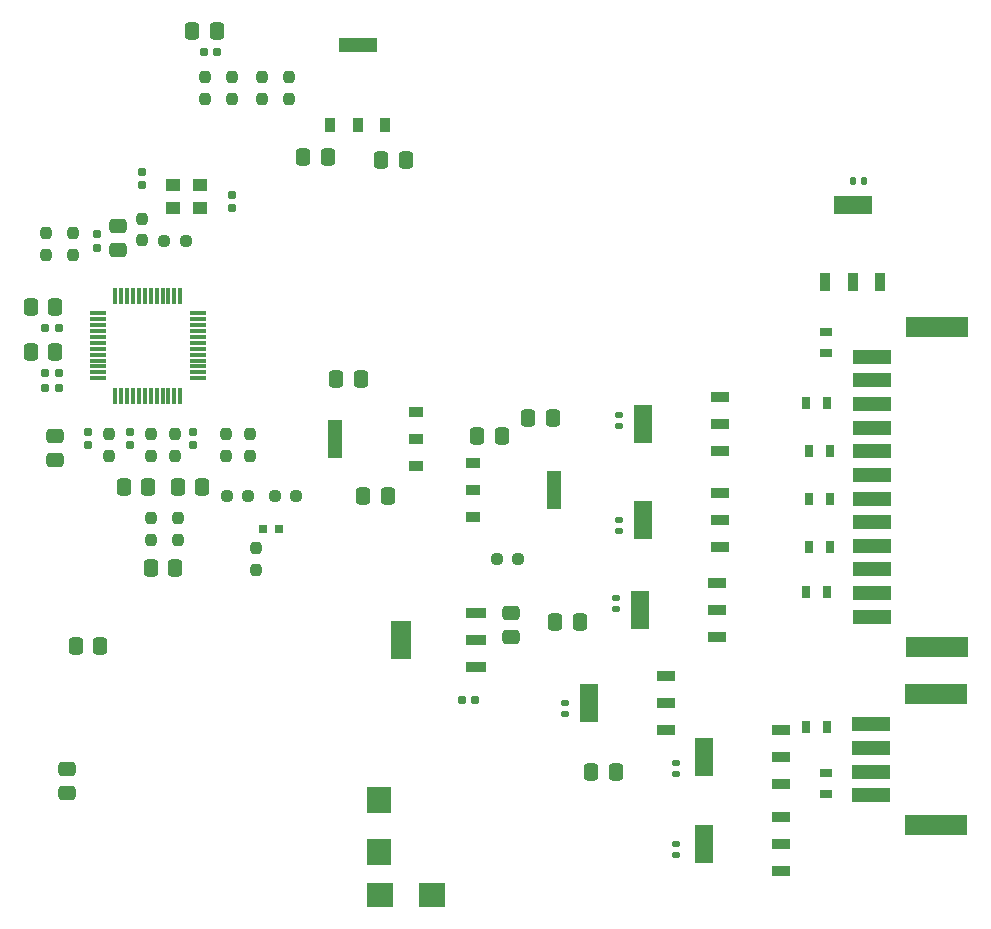
<source format=gbr>
%TF.GenerationSoftware,KiCad,Pcbnew,8.0.0*%
%TF.CreationDate,2024-04-11T21:11:57+02:00*%
%TF.ProjectId,BalloonMotherboardV4,42616c6c-6f6f-46e4-9d6f-74686572626f,rev?*%
%TF.SameCoordinates,Original*%
%TF.FileFunction,Paste,Bot*%
%TF.FilePolarity,Positive*%
%FSLAX46Y46*%
G04 Gerber Fmt 4.6, Leading zero omitted, Abs format (unit mm)*
G04 Created by KiCad (PCBNEW 8.0.0) date 2024-04-11 21:11:57*
%MOMM*%
%LPD*%
G01*
G04 APERTURE LIST*
G04 Aperture macros list*
%AMRoundRect*
0 Rectangle with rounded corners*
0 $1 Rounding radius*
0 $2 $3 $4 $5 $6 $7 $8 $9 X,Y pos of 4 corners*
0 Add a 4 corners polygon primitive as box body*
4,1,4,$2,$3,$4,$5,$6,$7,$8,$9,$2,$3,0*
0 Add four circle primitives for the rounded corners*
1,1,$1+$1,$2,$3*
1,1,$1+$1,$4,$5*
1,1,$1+$1,$6,$7*
1,1,$1+$1,$8,$9*
0 Add four rect primitives between the rounded corners*
20,1,$1+$1,$2,$3,$4,$5,0*
20,1,$1+$1,$4,$5,$6,$7,0*
20,1,$1+$1,$6,$7,$8,$9,0*
20,1,$1+$1,$8,$9,$2,$3,0*%
G04 Aperture macros list end*
%ADD10RoundRect,0.250000X0.337500X0.475000X-0.337500X0.475000X-0.337500X-0.475000X0.337500X-0.475000X0*%
%ADD11RoundRect,0.140000X-0.170000X0.140000X-0.170000X-0.140000X0.170000X-0.140000X0.170000X0.140000X0*%
%ADD12RoundRect,0.237500X0.237500X-0.250000X0.237500X0.250000X-0.237500X0.250000X-0.237500X-0.250000X0*%
%ADD13RoundRect,0.155000X0.155000X-0.212500X0.155000X0.212500X-0.155000X0.212500X-0.155000X-0.212500X0*%
%ADD14R,2.250000X2.050000*%
%ADD15RoundRect,0.250000X-0.337500X-0.475000X0.337500X-0.475000X0.337500X0.475000X-0.337500X0.475000X0*%
%ADD16RoundRect,0.250000X-0.475000X0.337500X-0.475000X-0.337500X0.475000X-0.337500X0.475000X0.337500X0*%
%ADD17R,0.950000X1.250000*%
%ADD18R,3.200000X1.250000*%
%ADD19RoundRect,0.155000X-0.155000X0.212500X-0.155000X-0.212500X0.155000X-0.212500X0.155000X0.212500X0*%
%ADD20RoundRect,0.140000X0.170000X-0.140000X0.170000X0.140000X-0.170000X0.140000X-0.170000X-0.140000X0*%
%ADD21RoundRect,0.155000X0.212500X0.155000X-0.212500X0.155000X-0.212500X-0.155000X0.212500X-0.155000X0*%
%ADD22R,1.500000X0.900000*%
%ADD23R,1.500000X3.200000*%
%ADD24R,0.770000X1.070000*%
%ADD25RoundRect,0.237500X0.250000X0.237500X-0.250000X0.237500X-0.250000X-0.237500X0.250000X-0.237500X0*%
%ADD26RoundRect,0.237500X-0.237500X0.250000X-0.237500X-0.250000X0.237500X-0.250000X0.237500X0.250000X0*%
%ADD27RoundRect,0.155000X-0.212500X-0.155000X0.212500X-0.155000X0.212500X0.155000X-0.212500X0.155000X0*%
%ADD28R,0.300000X1.475000*%
%ADD29R,1.475000X0.300000*%
%ADD30RoundRect,0.250000X0.475000X-0.337500X0.475000X0.337500X-0.475000X0.337500X-0.475000X-0.337500X0*%
%ADD31R,2.050000X2.250000*%
%ADD32R,0.650000X0.700000*%
%ADD33R,1.750000X0.950000*%
%ADD34R,1.750000X3.200000*%
%ADD35R,3.200000X1.200000*%
%ADD36R,5.300000X1.700000*%
%ADD37R,1.250000X0.950000*%
%ADD38R,1.250000X3.200000*%
%ADD39R,0.900000X1.500000*%
%ADD40R,3.200000X1.500000*%
%ADD41R,1.070000X0.770000*%
%ADD42RoundRect,0.237500X-0.250000X-0.237500X0.250000X-0.237500X0.250000X0.237500X-0.250000X0.237500X0*%
%ADD43R,1.300000X1.100000*%
%ADD44RoundRect,0.140000X-0.140000X-0.170000X0.140000X-0.170000X0.140000X0.170000X-0.140000X0.170000X0*%
G04 APERTURE END LIST*
D10*
%TO.C,C72*%
X74697500Y-100330000D03*
X72622500Y-100330000D03*
%TD*%
D11*
%TO.C,C71*%
X70358000Y-94516000D03*
X70358000Y-95476000D03*
%TD*%
D12*
%TO.C,R64*%
X42164000Y-43330500D03*
X42164000Y-41505500D03*
%TD*%
D13*
%TO.C,C47*%
X38882000Y-72703500D03*
X38882000Y-71568500D03*
%TD*%
D14*
%TO.C,D2*%
X54696000Y-110744000D03*
X59096000Y-110744000D03*
%TD*%
D10*
%TO.C,C0*%
X65045500Y-71882000D03*
X62970500Y-71882000D03*
%TD*%
D11*
%TO.C,C74*%
X74930000Y-79022000D03*
X74930000Y-79982000D03*
%TD*%
D15*
%TO.C,C2*%
X53318500Y-76962000D03*
X55393500Y-76962000D03*
%TD*%
%TO.C,C56*%
X33018500Y-76200000D03*
X35093500Y-76200000D03*
%TD*%
D16*
%TO.C,C44*%
X32532000Y-54080500D03*
X32532000Y-56155500D03*
%TD*%
D17*
%TO.C,LRuC0*%
X55132000Y-45564000D03*
X52832000Y-45564000D03*
X50532000Y-45564000D03*
D18*
X52832000Y-38764000D03*
%TD*%
D12*
%TO.C,R56*%
X43708000Y-73556500D03*
X43708000Y-71731500D03*
%TD*%
D19*
%TO.C,C58*%
X34564000Y-49536500D03*
X34564000Y-50671500D03*
%TD*%
D15*
%TO.C,C57*%
X28954500Y-89662000D03*
X31029500Y-89662000D03*
%TD*%
D20*
%TO.C,C73*%
X74676000Y-86586000D03*
X74676000Y-85626000D03*
%TD*%
%TO.C,C66*%
X74930000Y-71092000D03*
X74930000Y-70132000D03*
%TD*%
D21*
%TO.C,C60*%
X40953500Y-39370000D03*
X39818500Y-39370000D03*
%TD*%
D22*
%TO.C,H5*%
X88676000Y-104126000D03*
X88676000Y-106426000D03*
X88676000Y-108726000D03*
D23*
X82176000Y-106426000D03*
%TD*%
D24*
%TO.C,F6*%
X91048000Y-77216000D03*
X92848000Y-77216000D03*
%TD*%
D25*
%TO.C,R2*%
X66444500Y-82296000D03*
X64619500Y-82296000D03*
%TD*%
D19*
%TO.C,C62*%
X42184000Y-51502500D03*
X42184000Y-52637500D03*
%TD*%
D10*
%TO.C,C55*%
X39665500Y-76200000D03*
X37590500Y-76200000D03*
%TD*%
D26*
%TO.C,R61*%
X34564000Y-53509500D03*
X34564000Y-55334500D03*
%TD*%
D27*
%TO.C,C50*%
X26376500Y-66548000D03*
X27511500Y-66548000D03*
%TD*%
D15*
%TO.C,C4*%
X67288500Y-70358000D03*
X69363500Y-70358000D03*
%TD*%
%TO.C,C45*%
X25144500Y-60960000D03*
X27219500Y-60960000D03*
%TD*%
%TO.C,C59*%
X38840500Y-37592000D03*
X40915500Y-37592000D03*
%TD*%
D13*
%TO.C,C48*%
X33548000Y-72703500D03*
X33548000Y-71568500D03*
%TD*%
D15*
%TO.C,C1*%
X48238500Y-48260000D03*
X50313500Y-48260000D03*
%TD*%
D27*
%TO.C,C52*%
X26376500Y-67818000D03*
X27511500Y-67818000D03*
%TD*%
D12*
%TO.C,R51*%
X31770000Y-73556500D03*
X31770000Y-71731500D03*
%TD*%
D22*
%TO.C,H10*%
X78942000Y-92188000D03*
X78942000Y-94488000D03*
X78942000Y-96788000D03*
D23*
X72442000Y-94488000D03*
%TD*%
D10*
%TO.C,C54*%
X37379500Y-83058000D03*
X35304500Y-83058000D03*
%TD*%
D24*
%TO.C,F8*%
X90794000Y-85090000D03*
X92594000Y-85090000D03*
%TD*%
D12*
%TO.C,R66*%
X46990000Y-43330500D03*
X46990000Y-41505500D03*
%TD*%
%TO.C,R63*%
X39878000Y-43330500D03*
X39878000Y-41505500D03*
%TD*%
D25*
%TO.C,R58*%
X47648500Y-76962000D03*
X45823500Y-76962000D03*
%TD*%
D27*
%TO.C,C51*%
X26376500Y-62738000D03*
X27511500Y-62738000D03*
%TD*%
D15*
%TO.C,C46*%
X25144500Y-64770000D03*
X27219500Y-64770000D03*
%TD*%
D28*
%TO.C,LAN1*%
X37822000Y-68500000D03*
X37322000Y-68500000D03*
X36822000Y-68500000D03*
X36322000Y-68500000D03*
X35822000Y-68500000D03*
X35322000Y-68500000D03*
X34822000Y-68500000D03*
X34322000Y-68500000D03*
X33822000Y-68500000D03*
X33322000Y-68500000D03*
X32822000Y-68500000D03*
X32322000Y-68500000D03*
D29*
X30834000Y-67012000D03*
X30834000Y-66512000D03*
X30834000Y-66012000D03*
X30834000Y-65512000D03*
X30834000Y-65012000D03*
X30834000Y-64512000D03*
X30834000Y-64012000D03*
X30834000Y-63512000D03*
X30834000Y-63012000D03*
X30834000Y-62512000D03*
X30834000Y-62012000D03*
X30834000Y-61512000D03*
D28*
X32322000Y-60024000D03*
X32822000Y-60024000D03*
X33322000Y-60024000D03*
X33822000Y-60024000D03*
X34322000Y-60024000D03*
X34822000Y-60024000D03*
X35322000Y-60024000D03*
X35822000Y-60024000D03*
X36322000Y-60024000D03*
X36822000Y-60024000D03*
X37322000Y-60024000D03*
X37822000Y-60024000D03*
D29*
X39310000Y-61512000D03*
X39310000Y-62012000D03*
X39310000Y-62512000D03*
X39310000Y-63012000D03*
X39310000Y-63512000D03*
X39310000Y-64012000D03*
X39310000Y-64512000D03*
X39310000Y-65012000D03*
X39310000Y-65512000D03*
X39310000Y-66012000D03*
X39310000Y-66512000D03*
X39310000Y-67012000D03*
%TD*%
D12*
%TO.C,R54*%
X35326000Y-73556500D03*
X35326000Y-71731500D03*
%TD*%
D30*
%TO.C,C53*%
X27198000Y-73935500D03*
X27198000Y-71860500D03*
%TD*%
D12*
%TO.C,R65*%
X44704000Y-43330500D03*
X44704000Y-41505500D03*
%TD*%
D13*
%TO.C,C49*%
X29992000Y-72703500D03*
X29992000Y-71568500D03*
%TD*%
D24*
%TO.C,F4*%
X90794000Y-69088000D03*
X92594000Y-69088000D03*
%TD*%
D12*
%TO.C,R57*%
X37612000Y-80668500D03*
X37612000Y-78843500D03*
%TD*%
D22*
%TO.C,H9*%
X83260000Y-84314000D03*
X83260000Y-86614000D03*
X83260000Y-88914000D03*
D23*
X76760000Y-86614000D03*
%TD*%
D19*
%TO.C,C43*%
X30754000Y-54834250D03*
X30754000Y-55969250D03*
%TD*%
D31*
%TO.C,D1*%
X54610000Y-102702000D03*
X54610000Y-107102000D03*
%TD*%
D32*
%TO.C,FB0*%
X44811000Y-79756000D03*
X46161000Y-79756000D03*
%TD*%
D12*
%TO.C,R55*%
X35326000Y-80668500D03*
X35326000Y-78843500D03*
%TD*%
D33*
%TO.C,LR5V0*%
X62840000Y-86854000D03*
X62840000Y-89154000D03*
X62840000Y-91454000D03*
D34*
X56540000Y-89154000D03*
%TD*%
D35*
%TO.C,H1-0*%
X96303000Y-102314000D03*
X96303000Y-100314000D03*
X96303000Y-98314000D03*
X96303000Y-96314000D03*
D36*
X101783000Y-93764000D03*
X101783000Y-104864000D03*
%TD*%
D15*
%TO.C,C69*%
X69574500Y-87630000D03*
X71649500Y-87630000D03*
%TD*%
D11*
%TO.C,C65*%
X79756000Y-106454000D03*
X79756000Y-107414000D03*
%TD*%
D12*
%TO.C,R68*%
X28722000Y-56538500D03*
X28722000Y-54713500D03*
%TD*%
D37*
%TO.C,LRlan0*%
X57756000Y-69836000D03*
X57756000Y-72136000D03*
X57756000Y-74436000D03*
D38*
X50956000Y-72136000D03*
%TD*%
D27*
%TO.C,C7*%
X61662500Y-94234000D03*
X62797500Y-94234000D03*
%TD*%
D30*
%TO.C,C61*%
X28214000Y-102129500D03*
X28214000Y-100054500D03*
%TD*%
D12*
%TO.C,R52*%
X37358000Y-73556500D03*
X37358000Y-71731500D03*
%TD*%
D39*
%TO.C,H6*%
X97042000Y-58876000D03*
X94742000Y-58876000D03*
X92442000Y-58876000D03*
D40*
X94742000Y-52376000D03*
%TD*%
D22*
%TO.C,H8*%
X83514000Y-76694000D03*
X83514000Y-78994000D03*
X83514000Y-81294000D03*
D23*
X77014000Y-78994000D03*
%TD*%
D12*
%TO.C,R53*%
X41676000Y-73556500D03*
X41676000Y-71731500D03*
%TD*%
D22*
%TO.C,H4*%
X88676000Y-96760000D03*
X88676000Y-99060000D03*
X88676000Y-101360000D03*
D23*
X82176000Y-99060000D03*
%TD*%
D10*
%TO.C,C6*%
X53107500Y-67056000D03*
X51032500Y-67056000D03*
%TD*%
D22*
%TO.C,H7*%
X83514000Y-68566000D03*
X83514000Y-70866000D03*
X83514000Y-73166000D03*
D23*
X77014000Y-70866000D03*
%TD*%
D41*
%TO.C,F2*%
X92456000Y-102246000D03*
X92456000Y-100446000D03*
%TD*%
D42*
%TO.C,R62*%
X36445500Y-55372000D03*
X38270500Y-55372000D03*
%TD*%
D12*
%TO.C,R60*%
X44216000Y-83208500D03*
X44216000Y-81383500D03*
%TD*%
D43*
%TO.C,Y1*%
X37224000Y-50678000D03*
X39524000Y-50678000D03*
X39524000Y-52578000D03*
X37224000Y-52578000D03*
%TD*%
D12*
%TO.C,R67*%
X26436000Y-56538500D03*
X26436000Y-54713500D03*
%TD*%
D42*
%TO.C,R59*%
X41759500Y-76962000D03*
X43584500Y-76962000D03*
%TD*%
D41*
%TO.C,F3*%
X92456000Y-63108000D03*
X92456000Y-64908000D03*
%TD*%
D44*
%TO.C,C70*%
X94770000Y-50292000D03*
X95730000Y-50292000D03*
%TD*%
D11*
%TO.C,C64*%
X79756000Y-99596000D03*
X79756000Y-100556000D03*
%TD*%
D24*
%TO.C,F7*%
X91048000Y-81280000D03*
X92848000Y-81280000D03*
%TD*%
D35*
%TO.C,H3-0*%
X96374000Y-65200000D03*
X96374000Y-67200000D03*
X96374000Y-69200000D03*
X96374000Y-71200000D03*
X96374000Y-73200000D03*
X96374000Y-75200000D03*
X96374000Y-77200000D03*
X96374000Y-79200000D03*
X96374000Y-81200000D03*
X96374000Y-83200000D03*
X96374000Y-85200000D03*
X96374000Y-87200000D03*
D36*
X101854000Y-62650000D03*
X101854000Y-89750000D03*
%TD*%
D24*
%TO.C,F1*%
X90794000Y-96520000D03*
X92594000Y-96520000D03*
%TD*%
D37*
%TO.C,LRre0*%
X62640000Y-78796746D03*
X62640000Y-76496746D03*
X62640000Y-74196746D03*
D38*
X69440000Y-76496746D03*
%TD*%
D10*
%TO.C,C5*%
X56917500Y-48514000D03*
X54842500Y-48514000D03*
%TD*%
D16*
%TO.C,C3*%
X65786000Y-86846500D03*
X65786000Y-88921500D03*
%TD*%
D24*
%TO.C,F5*%
X91048000Y-73152000D03*
X92848000Y-73152000D03*
%TD*%
M02*

</source>
